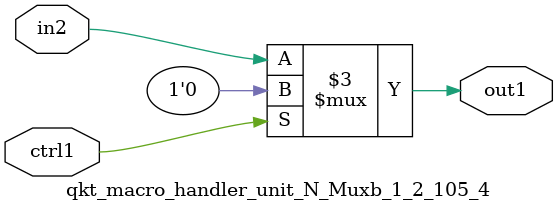
<source format=v>

`timescale 1ps / 1ps


module qkt_macro_handler_unit_N_Muxb_1_2_105_4( in2, ctrl1, out1 );

    input in2;
    input ctrl1;
    output out1;
    reg out1;

    
    // rtl_process:qkt_macro_handler_unit_N_Muxb_1_2_105_4/qkt_macro_handler_unit_N_Muxb_1_2_105_4_thread_1
    always @*
      begin : qkt_macro_handler_unit_N_Muxb_1_2_105_4_thread_1
        case (ctrl1) 
          1'b1: 
            begin
              out1 = 1'b0;
            end
          default: 
            begin
              out1 = in2;
            end
        endcase
      end

endmodule



</source>
